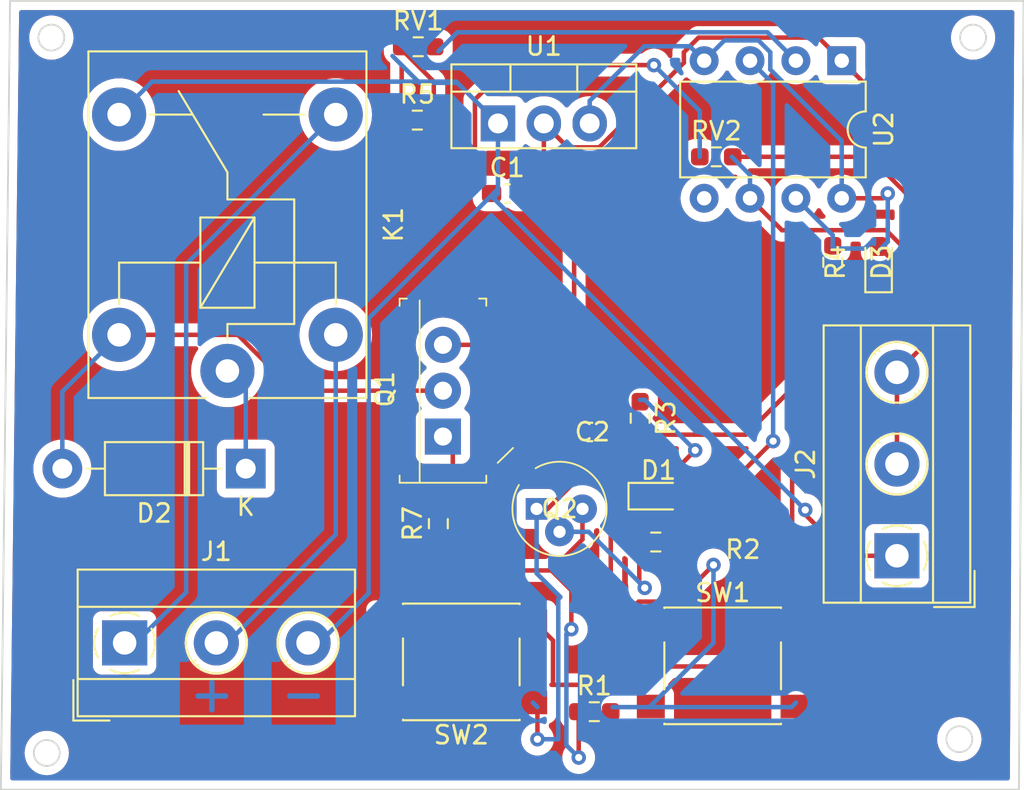
<source format=kicad_pcb>
(kicad_pcb (version 20220308) (generator pcbnew)
  (layers (0 "F.Cu" signal) (31 "B.Cu" signal) (34 "B.Paste" user) (35 "F.Paste" user) (36 "B.SilkS" user "B.Silkscreen") (37 "F.SilkS" user "F.Silkscreen") (38 "B.Mask" user) (39 "F.Mask" user) (44 "Edge.Cuts" user))
  (net 0 "")
  (net 1 "BATTERY +VE")
  (net 2 "GND")
  (net 3 "/R")
  (net 4 "Net-(D1-K)")
  (net 5 "/Q")
  (net 6 "Net-(D2-K)")
  (net 7 "Net-(D2-A)")
  (net 8 "Net-(D3-K)")
  (net 9 "DUMP")
  (net 10 "+VE IN")
  (net 11 "Net-(Q1-G)")
  (net 12 "Net-(Q2-B)")
  (net 13 "Net-(Q2-C)")
  (net 14 "Net-(U2-DIS)")
  (net 15 "Net-(R5-Pad2)")
  (net 16 "/TR")
  (net 17 "/THR")
  (footprint "Package_TO_SOT_THT:TO-220-3_Vertical" (layer "F.Cu") (at 170.7885 91.115)
    (fp_text reference "U1" (at 2.54 -4.27) (layer "F.SilkS"))
    (fp_text value "LM7805_TO220")
    (fp_line (start -2.58 -3.27) (end -2.58 1.371) (stroke (width 0.12)) (layer "F.SilkS"))
    (fp_line (start -2.58 -3.27) (end 7.66 -3.27) (stroke (width 0.12)) (layer "F.SilkS"))
    (fp_line (start -2.58 -1.76) (end 7.66 -1.76) (stroke (width 0.12)) (layer "F.SilkS"))
    (fp_line (start -2.58 1.371) (end 7.66 1.371) (stroke (width 0.12)) (layer "F.SilkS"))
    (fp_line (start 0.69 -3.27) (end 0.69 -1.76) (stroke (width 0.12)) (layer "F.SilkS"))
    (fp_line (start 4.391 -3.27) (end 4.391 -1.76) (stroke (width 0.12)) (layer "F.SilkS"))
    (fp_line (start 7.66 -3.27) (end 7.66 1.371) (stroke (width 0.12)) (layer "F.SilkS"))
    (pad "1" thru_hole rect (at 0 0) (size 1.905 2) (drill 1.1) (layers *.Cu *.Mask) (net 1 "BATTERY +VE"))
    (pad "2" thru_hole oval (at 2.54 0) (size 1.905 2) (drill 1.1) (layers *.Cu *.Mask) (net 2 "GND"))
    (pad "3" thru_hole oval (at 5.08 0) (size 1.905 2) (drill 1.1) (layers *.Cu *.Mask) (net 3 "/R"))
  )
  (footprint "Capacitor_SMD:C_0603_1608Metric_Pad1.08x0.95mm_HandSolder" (layer "F.Cu") (at 175.8685 108.204 180)
    (fp_text reference "C2" (at -0.146267 0) (layer "F.SilkS"))
    (fp_text value "C")
    (fp_line (start -0.146267 -0.51) (end 0.146267 -0.51) (stroke (width 0.12)) (layer "F.SilkS"))
    (fp_line (start -0.146267 0.51) (end 0.146267 0.51) (stroke (width 0.12)) (layer "F.SilkS"))
    (pad "1" smd roundrect (at -0.8625 0 180) (size 1.075 0.95) (layers "F.Cu" "F.Paste" "F.Mask") (net 3 "/R"))
    (pad "2" smd roundrect (at 0.8625 0 180) (size 1.075 0.95) (layers "F.Cu" "F.Paste" "F.Mask") (net 2 "GND"))
  )
  (footprint "TerminalBlock_MetzConnect:TerminalBlock_MetzConnect_Type101_RT01603HBWC_1x03_P5.08mm_Horizontal" (layer "F.Cu") (at 150.109 119.888)
    (fp_text reference "J1" (at 5.08 -5.06) (layer "F.SilkS"))
    (fp_text value "282834-3")
    (fp_line (start -2.84 2.06) (end -2.84 4.3) (stroke (width 0.12)) (layer "F.SilkS"))
    (fp_line (start -2.84 4.3) (end -0.84 4.3) (stroke (width 0.12)) (layer "F.SilkS"))
    (fp_line (start -2.6 -4.06) (end -2.6 4.06) (stroke (width 0.12)) (layer "F.SilkS"))
    (fp_line (start -2.6 -4.06) (end 12.76 -4.06) (stroke (width 0.12)) (layer "F.SilkS"))
    (fp_line (start -2.6 -2) (end 12.76 -2) (stroke (width 0.12)) (layer "F.SilkS"))
    (fp_line (start -2.6 2) (end 12.76 2) (stroke (width 0.12)) (layer "F.SilkS"))
    (fp_line (start -2.6 4.06) (end 12.76 4.06) (stroke (width 0.12)) (layer "F.SilkS"))
    (fp_line (start 3.9 0.976) (end 3.806 1.069) (stroke (width 0.12)) (layer "F.SilkS"))
    (fp_line (start 4.07 1.216) (end 4.011 1.274) (stroke (width 0.12)) (layer "F.SilkS"))
    (fp_line (start 6.15 -1.275) (end 6.091 -1.216) (stroke (width 0.12)) (layer "F.SilkS"))
    (fp_line (start 6.355 -1.069) (end 6.261 -0.976) (stroke (width 0.12)) (layer "F.SilkS"))
    (fp_line (start 8.98 0.976) (end 8.886 1.069) (stroke (width 0.12)) (layer "F.SilkS"))
    (fp_line (start 9.15 1.216) (end 9.091 1.274) (stroke (width 0.12)) (layer "F.SilkS"))
    (fp_line (start 11.23 -1.275) (end 11.171 -1.216) (stroke (width 0.12)) (layer "F.SilkS"))
    (fp_line (start 11.435 -1.069) (end 11.341 -0.976) (stroke (width 0.12)) (layer "F.SilkS"))
    (fp_line (start 12.76 -4.06) (end 12.76 4.06) (stroke (width 0.12)) (layer "F.SilkS"))
    (fp_arc (start -1.483953 0.789089) (mid -1.680708 0.00005) (end -1.484 -0.789) (stroke (width 0.12)) (layer "F.SilkS"))
    (fp_arc (start -0.789089 -1.483953) (mid -0.00005 -1.680708) (end 0.789 -1.484) (stroke (width 0.12)) (layer "F.SilkS"))
    (fp_arc (start 0.029383 1.68045) (mid -0.392304 1.634281) (end -0.789 1.484) (stroke (width 0.12)) (layer "F.SilkS"))
    (fp_arc (start 0.788712 1.483352) (mid 0.406429 1.630097) (end 0 1.68) (stroke (width 0.12)) (layer "F.SilkS"))
    (fp_arc (start 1.483953 -0.789089) (mid 1.680708 -0.00005) (end 1.484 0.789) (stroke (width 0.12)) (layer "F.SilkS"))
    (fp_circle (center 5.08 0) (end 6.76 0) (stroke (width 0.12)) (fill none) (layer "F.SilkS"))
    (fp_circle (center 10.16 0) (end 11.84 0) (stroke (width 0.12)) (fill none) (layer "F.SilkS"))
    (pad "1" thru_hole rect (at 0 0) (size 2.5 2.5) (drill 1.3) (layers *.Cu *.Mask) (net 9 "DUMP"))
    (pad "2" thru_hole circle (at 5.08 0) (size 2.5 2.5) (drill 1.3) (layers *.Cu *.Mask) (net 10 "+VE IN"))
    (pad "3" thru_hole circle (at 10.16 0) (size 2.5 2.5) (drill 1.3) (layers *.Cu *.Mask) (net 1 "BATTERY +VE"))
  )
  (footprint "Diode_THT:D_DO-41_SOD81_P10.16mm_Horizontal" (layer "F.Cu") (at 156.8185 110.236 180)
    (fp_text reference "D2" (at 5.08 -2.47) (layer "F.SilkS"))
    (fp_text value "1N4007")
    (fp_text user "K" (at 0 -2.1) (layer "F.SilkS"))
    (fp_line (start 1.34 0) (end 2.36 0) (stroke (width 0.12)) (layer "F.SilkS"))
    (fp_line (start 2.36 -1.47) (end 2.36 1.47) (stroke (width 0.12)) (layer "F.SilkS"))
    (fp_line (start 2.36 1.47) (end 7.8 1.47) (stroke (width 0.12)) (layer "F.SilkS"))
    (fp_line (start 3.14 -1.47) (end 3.14 1.47) (stroke (width 0.12)) (layer "F.SilkS"))
    (fp_line (start 3.26 -1.47) (end 3.26 1.47) (stroke (width 0.12)) (layer "F.SilkS"))
    (fp_line (start 3.38 -1.47) (end 3.38 1.47) (stroke (width 0.12)) (layer "F.SilkS"))
    (fp_line (start 7.8 -1.47) (end 2.36 -1.47) (stroke (width 0.12)) (layer "F.SilkS"))
    (fp_line (start 7.8 1.47) (end 7.8 -1.47) (stroke (width 0.12)) (layer "F.SilkS"))
    (fp_line (start 8.82 0) (end 7.8 0) (stroke (width 0.12)) (layer "F.SilkS"))
    (pad "1" thru_hole rect (at 0 0 180) (size 2.2 2.2) (drill 1.1) (layers *.Cu *.Mask) (net 6 "Net-(D2-K)"))
    (pad "2" thru_hole oval (at 10.16 0 180) (size 2.2 2.2) (drill 1.1) (layers *.Cu *.Mask) (net 7 "Net-(D2-A)"))
  )
  (footprint "Resistor_SMD:R_0603_1608Metric_Pad0.98x0.95mm_HandSolder" (layer "F.Cu") (at 182.88 92.964)
    (fp_text reference "RV2" (at 0 -1.43) (layer "F.SilkS"))
    (fp_text value "10K")
    (fp_line (start -0.254724 -0.5225) (end 0.254724 -0.5225) (stroke (width 0.12)) (layer "F.SilkS"))
    (fp_line (start -0.254724 0.5225) (end 0.254724 0.5225) (stroke (width 0.12)) (layer "F.SilkS"))
    (pad "1" smd roundrect (at -0.9125 0) (size 0.975 0.95) (layers "F.Cu" "F.Paste" "F.Mask") (net 15 "Net-(R5-Pad2)"))
    (pad "2" smd roundrect (at 0.9125 0) (size 0.975 0.95) (layers "F.Cu" "F.Paste" "F.Mask") (net 17 "/THR"))
  )
  (footprint "Resistor_SMD:R_0603_1608Metric_Pad0.98x0.95mm_HandSolder" (layer "F.Cu") (at 189.3305 98.806 -90)
    (fp_text reference "R4" (at 0 -0.1535 90) (layer "F.SilkS"))
    (fp_text value "1K")
    (fp_line (start -0.254724 -0.5225) (end 0.254724 -0.5225) (stroke (width 0.12)) (layer "F.SilkS"))
    (fp_line (start -0.254724 0.5225) (end 0.254724 0.5225) (stroke (width 0.12)) (layer "F.SilkS"))
    (pad "1" smd roundrect (at -0.9125 0 270) (size 0.975 0.95) (layers "F.Cu" "F.Paste" "F.Mask") (net 14 "Net-(U2-DIS)"))
    (pad "2" smd roundrect (at 0.9125 0 270) (size 0.975 0.95) (layers "F.Cu" "F.Paste" "F.Mask") (net 8 "Net-(D3-K)"))
  )
  (footprint "Button_Switch_SMD:SW_SPST_PTS645" (layer "F.Cu") (at 168.7565 120.94 180)
    (fp_text reference "SW2" (at 0 -4.05) (layer "F.SilkS"))
    (fp_text value "SW")
    (fp_line (start -3.23 -3.23) (end 3.23 -3.23) (stroke (width 0.12)) (layer "F.SilkS"))
    (fp_line (start -3.23 -3.2) (end -3.23 -3.23) (stroke (width 0.12)) (layer "F.SilkS"))
    (fp_line (start -3.23 -1.3) (end -3.23 1.3) (stroke (width 0.12)) (layer "F.SilkS"))
    (fp_line (start -3.23 3.23) (end -3.23 3.2) (stroke (width 0.12)) (layer "F.SilkS"))
    (fp_line (start -3.23 3.23) (end 3.23 3.23) (stroke (width 0.12)) (layer "F.SilkS"))
    (fp_line (start 3.23 -3.23) (end 3.23 -3.2) (stroke (width 0.12)) (layer "F.SilkS"))
    (fp_line (start 3.23 -1.3) (end 3.23 1.3) (stroke (width 0.12)) (layer "F.SilkS"))
    (fp_line (start 3.23 3.23) (end 3.23 3.2) (stroke (width 0.12)) (layer "F.SilkS"))
    (pad "1" smd rect (at -3.98 -2.25 180) (size 1.55 1.3) (layers "F.Cu" "F.Paste" "F.Mask") (net 2 "GND"))
    (pad "1" smd rect (at 3.98 -2.25 180) (size 1.55 1.3) (layers "F.Cu" "F.Paste" "F.Mask") (net 2 "GND"))
    (pad "2" smd rect (at -3.98 2.25 180) (size 1.55 1.3) (layers "F.Cu" "F.Paste" "F.Mask") (net 17 "/THR"))
    (pad "2" smd rect (at 3.98 2.25 180) (size 1.55 1.3) (layers "F.Cu" "F.Paste" "F.Mask") (net 17 "/THR"))
  )
  (footprint "digikey-footprints:TO-220-3" (layer "F.Cu") (at 167.7405 108.458 90)
    (fp_text reference "Q1" (at 2.62 -3.22 90) (layer "F.SilkS"))
    (fp_text value "IRF540NPBF")
    (fp_line (start -2.56 -2.4) (end -2.56 -2) (stroke (width 0.1)) (layer "F.SilkS"))
    (fp_line (start -2.56 -2.4) (end -2.16 -2.4) (stroke (width 0.1)) (layer "F.SilkS"))
    (fp_line (start -2.56 -1.29) (end 7.54 -1.29) (stroke (width 0.1)) (layer "F.SilkS"))
    (fp_line (start -2.56 2.4) (end -2.56 -2) (stroke (width 0.1)) (layer "F.SilkS"))
    (fp_line (start -2.56 2.4) (end -2.16 2.4) (stroke (width 0.1)) (layer "F.SilkS"))
    (fp_line (start 7.24 -2.4) (end 7.64 -2.4) (stroke (width 0.1)) (layer "F.SilkS"))
    (fp_line (start 7.64 -2.4) (end 7.64 -2) (stroke (width 0.1)) (layer "F.SilkS"))
    (fp_line (start 7.64 2.4) (end 7.24 2.4) (stroke (width 0.1)) (layer "F.SilkS"))
    (fp_line (start 7.64 2.4) (end 7.64 2) (stroke (width 0.1)) (layer "F.SilkS"))
    (pad "1" thru_hole rect locked (at 0 0 90) (size 2 2) (drill 1) (layers *.Cu *.Mask) (net 11 "Net-(Q1-G)"))
    (pad "2" thru_hole circle locked (at 2.54 0 90) (size 2 2) (drill 1) (layers *.Cu *.Mask) (net 7 "Net-(D2-A)"))
    (pad "3" thru_hole circle locked (at 5.08 0 90) (size 2 2) (drill 1) (layers *.Cu *.Mask) (net 2 "GND"))
  )
  (footprint "Relay_THT:Relay_SPDT_Finder_36.11" (layer "F.Cu") (at 155.8025 104.824 90)
    (fp_text reference "K1" (at 8.1 9.2 90) (layer "F.SilkS"))
    (fp_text value "FINDER-36.11")
    (fp_line (start -1.5 -7.7) (end -1.5 -1.2) (stroke (width 0.12)) (layer "F.SilkS"))
    (fp_line (start -1.5 -7.7) (end 17.7 -7.7) (stroke (width 0.12)) (layer "F.SilkS"))
    (fp_line (start -1.5 1.2) (end -1.5 7.7) (stroke (width 0.12)) (layer "F.SilkS"))
    (fp_line (start 2.6 0) (end 1.7 0) (stroke (width 0.12)) (layer "F.SilkS"))
    (fp_line (start 2.6 0) (end 2.6 3.7) (stroke (width 0.12)) (layer "F.SilkS"))
    (fp_line (start 3.5 -1.5) (end 8.5 -1.5) (stroke (width 0.12)) (layer "F.SilkS"))
    (fp_line (start 3.5 1.5) (end 3.5 -1.5) (stroke (width 0.12)) (layer "F.SilkS"))
    (fp_line (start 3.7 6) (end 6 6) (stroke (width 0.12)) (layer "F.SilkS"))
    (fp_line (start 6 -6) (end 3.7 -6) (stroke (width 0.12)) (layer "F.SilkS"))
    (fp_line (start 6 -6) (end 6 -1.5) (stroke (width 0.12)) (layer "F.SilkS"))
    (fp_line (start 6 1.5) (end 6 6) (stroke (width 0.12)) (layer "F.SilkS"))
    (fp_line (start 8.5 -1.5) (end 8.5 1.5) (stroke (width 0.12)) (layer "F.SilkS"))
    (fp_line (start 8.5 1.5) (end 3.5 -1.5) (stroke (width 0.12)) (layer "F.SilkS"))
    (fp_line (start 8.5 1.5) (end 3.5 1.5) (stroke (width 0.12)) (layer "F.SilkS"))
    (fp_line (start 9.5 0) (end 9.5 3.7) (stroke (width 0.12)) (layer "F.SilkS"))
    (fp_line (start 9.5 0) (end 11 0) (stroke (width 0.12)) (layer "F.SilkS"))
    (fp_line (start 9.5 3.7) (end 2.6 3.7) (stroke (width 0.12)) (layer "F.SilkS"))
    (fp_line (start 11 0) (end 15.5 -2.7) (stroke (width 0.12)) (layer "F.SilkS"))
    (fp_line (start 14.2 -4.3) (end 14.2 -2) (stroke (width 0.12)) (layer "F.SilkS"))
    (fp_line (start 14.2 4.3) (end 14.2 2) (stroke (width 0.12)) (layer "F.SilkS"))
    (fp_line (start 17.7 -7.7) (end 17.7 7.7) (stroke (width 0.12)) (layer "F.SilkS"))
    (fp_line (start 17.7 7.7) (end -1.5 7.7) (stroke (width 0.12)) (layer "F.SilkS"))
    (pad "11" thru_hole circle (at 0 0 90) (size 3 3) (drill 1.3) (layers *.Cu *.Mask) (net 6 "Net-(D2-K)"))
    (pad "12" thru_hole circle (at 14.2 -6 90) (size 3 3) (drill 1.3) (layers *.Cu *.Mask) (net 1 "BATTERY +VE"))
    (pad "14" thru_hole circle (at 14.2 6 90) (size 3 3) (drill 1.3) (layers *.Cu *.Mask) (net 9 "DUMP"))
    (pad "A1" thru_hole circle (at 2 6 90) (size 3 3) (drill 1.3) (layers *.Cu *.Mask) (net 10 "+VE IN"))
    (pad "A2" thru_hole circle (at 2 -6 90) (size 3 3) (drill 1.3) (layers *.Cu *.Mask) (net 7 "Net-(D2-A)"))
  )
  (footprint "Capacitor_SMD:C_0603_1608Metric_Pad1.08x0.95mm_HandSolder" (layer "F.Cu") (at 171.2965 94.996)
    (fp_text reference "C1" (at 0 -1.43) (layer "F.SilkS"))
    (fp_text value "C")
    (fp_line (start -0.146267 -0.51) (end 0.146267 -0.51) (stroke (width 0.12)) (layer "F.SilkS"))
    (fp_line (start -0.146267 0.51) (end 0.146267 0.51) (stroke (width 0.12)) (layer "F.SilkS"))
    (pad "1" smd roundrect (at -0.8625 0) (size 1.075 0.95) (layers "F.Cu" "F.Paste" "F.Mask") (net 1 "BATTERY +VE"))
    (pad "2" smd roundrect (at 0.8625 0) (size 1.075 0.95) (layers "F.Cu" "F.Paste" "F.Mask") (net 2 "GND"))
  )
  (footprint "Resistor_SMD:R_0603_1608Metric_Pad0.98x0.95mm_HandSolder" (layer "F.Cu") (at 166.32 90.932)
    (fp_text reference "R5" (at 0 -1.43) (layer "F.SilkS"))
    (fp_text value "330")
    (fp_line (start -0.254724 -0.5225) (end 0.254724 -0.5225) (stroke (width 0.12)) (layer "F.SilkS"))
    (fp_line (start -0.254724 0.5225) (end 0.254724 0.5225) (stroke (width 0.12)) (layer "F.SilkS"))
    (pad "1" smd roundrect (at -0.9125 0) (size 0.975 0.95) (layers "F.Cu" "F.Paste" "F.Mask") (net 1 "BATTERY +VE"))
    (pad "2" smd roundrect (at 0.9125 0) (size 0.975 0.95) (layers "F.Cu" "F.Paste" "F.Mask") (net 15 "Net-(R5-Pad2)"))
  )
  (footprint "Button_Switch_SMD:SW_SPST_PTS645" (layer "F.Cu") (at 183.2345 121.158)
    (fp_text reference "SW1" (at 0 -4.05) (layer "F.SilkS"))
    (fp_text value "SW")
    (fp_line (start -3.23 -3.23) (end 3.23 -3.23) (stroke (width 0.12)) (layer "F.SilkS"))
    (fp_line (start -3.23 -3.2) (end -3.23 -3.23) (stroke (width 0.12)) (layer "F.SilkS"))
    (fp_line (start -3.23 -1.3) (end -3.23 1.3) (stroke (width 0.12)) (layer "F.SilkS"))
    (fp_line (start -3.23 3.23) (end -3.23 3.2) (stroke (width 0.12)) (layer "F.SilkS"))
    (fp_line (start -3.23 3.23) (end 3.23 3.23) (stroke (width 0.12)) (layer "F.SilkS"))
    (fp_line (start 3.23 -3.23) (end 3.23 -3.2) (stroke (width 0.12)) (layer "F.SilkS"))
    (fp_line (start 3.23 -1.3) (end 3.23 1.3) (stroke (width 0.12)) (layer "F.SilkS"))
    (fp_line (start 3.23 3.23) (end 3.23 3.2) (stroke (width 0.12)) (layer "F.SilkS"))
    (pad "1" smd rect (at -3.98 -2.25) (size 1.55 1.3) (layers "F.Cu" "F.Paste" "F.Mask") (net 17 "/THR"))
    (pad "1" smd rect (at 3.98 -2.25) (size 1.55 1.3) (layers "F.Cu" "F.Paste" "F.Mask") (net 17 "/THR"))
    (pad "2" smd rect (at -3.98 2.25) (size 1.55 1.3) (layers "F.Cu" "F.Paste" "F.Mask") (net 3 "/R"))
    (pad "2" smd rect (at 3.98 2.25) (size 1.55 1.3) (layers "F.Cu" "F.Paste" "F.Mask") (net 3 "/R"))
  )
  (footprint "LED_SMD:LED_0603_1608Metric_Pad1.05x0.95mm_HandSolder" (layer "F.Cu") (at 179.6785 111.76)
    (fp_text reference "D1" (at 0 -1.43) (layer "F.SilkS"))
    (fp_text value "LED")
    (fp_line (start -1.66 -0.735) (end -1.66 0.735) (stroke (width 0.12)) (layer "F.SilkS"))
    (fp_line (start -1.66 0.735) (end 0.8 0.735) (stroke (width 0.12)) (layer "F.SilkS"))
    (fp_line (start 0.8 -0.735) (end -1.66 -0.735) (stroke (width 0.12)) (layer "F.SilkS"))
    (pad "1" smd roundrect (at -0.875 0) (size 1.05 0.95) (layers "F.Cu" "F.Paste" "F.Mask") (net 4 "Net-(D1-K)"))
    (pad "2" smd roundrect (at 0.875 0) (size 1.05 0.95) (layers "F.Cu" "F.Paste" "F.Mask") (net 5 "/Q"))
  )
  (footprint "Resistor_SMD:R_0603_1608Metric_Pad0.98x0.95mm_HandSolder" (layer "F.Cu") (at 166.37 86.868)
    (fp_text reference "RV1" (at 0 -1.43) (layer "F.SilkS"))
    (fp_text value "10K")
    (fp_line (start -0.254724 -0.5225) (end 0.254724 -0.5225) (stroke (width 0.12)) (layer "F.SilkS"))
    (fp_line (start -0.254724 0.5225) (end 0.254724 0.5225) (stroke (width 0.12)) (layer "F.SilkS"))
    (pad "1" smd roundrect (at -0.9125 0) (size 0.975 0.95) (layers "F.Cu" "F.Paste" "F.Mask") (net 15 "Net-(R5-Pad2)"))
    (pad "2" smd roundrect (at 0.9125 0) (size 0.975 0.95) (layers "F.Cu" "F.Paste" "F.Mask") (net 16 "/TR"))
  )
  (footprint "Resistor_SMD:R_0603_1608Metric_Pad0.98x0.95mm_HandSolder" (layer "F.Cu") (at 167.4865 113.284 90)
    (fp_text reference "R7" (at 0 -1.43 90) (layer "F.SilkS"))
    (fp_text value "100")
    (fp_line (start -0.254724 -0.5225) (end 0.254724 -0.5225) (stroke (width 0.12)) (layer "F.SilkS"))
    (fp_line (start -0.254724 0.5225) (end 0.254724 0.5225) (stroke (width 0.12)) (layer "F.SilkS"))
    (pad "1" smd roundrect (at -0.9125 0 90) (size 0.975 0.95) (layers "F.Cu" "F.Paste" "F.Mask") (net 11 "Net-(Q1-G)"))
    (pad "2" smd roundrect (at 0.9125 0 90) (size 0.975 0.95) (layers "F.Cu" "F.Paste" "F.Mask") (net 13 "Net-(Q2-C)"))
  )
  (footprint "Resistor_SMD:R_0603_1608Metric_Pad0.98x0.95mm_HandSolder" (layer "F.Cu") (at 178.6625 107.442 -90)
    (fp_text reference "R3" (at 0 -1.43 90) (layer "F.SilkS"))
    (fp_text value "1K")
    (fp_line (start -0.254724 -0.5225) (end 0.254724 -0.5225) (stroke (width 0.12)) (layer "F.SilkS"))
    (fp_line (start -0.254724 0.5225) (end 0.254724 0.5225) (stroke (width 0.12)) (layer "F.SilkS"))
    (pad "1" smd roundrect (at -0.9125 0 270) (size 0.975 0.95) (layers "F.Cu" "F.Paste" "F.Mask") (net 4 "Net-(D1-K)"))
    (pad "2" smd roundrect (at 0.9125 0 270) (size 0.975 0.95) (layers "F.Cu" "F.Paste" "F.Mask") (net 3 "/R"))
  )
  (footprint "digikey-footprints:TO-18-3" (layer "F.Cu") (at 172.9285 112.464)
    (fp_text reference "Q2" (at 1.27 0) (layer "F.SilkS"))
    (fp_text value "2N2222")
    (fp_line (start -2.155 -2.55) (end -1.305 -3.375) (stroke (width 0.1)) (layer "F.SilkS"))
    (fp_arc (start -0.055522 -2.249693) (mid 3.116579 1.846151) (end -0.98 -1.325) (stroke (width 0.1)) (layer "F.SilkS"))
    (pad "1" thru_hole rect locked (at 0 0) (size 1.2 1.2) (drill 0.68) (layers *.Cu *.Mask) (net 2 "GND"))
    (pad "2" thru_hole circle locked (at 1.27 1.27) (size 1.6 1.6) (drill 0.68) (layers *.Cu *.Mask) (net 12 "Net-(Q2-B)"))
    (pad "3" thru_hole circle locked (at 2.54 0) (size 1.6 1.6) (drill 0.68) (layers *.Cu *.Mask) (net 13 "Net-(Q2-C)"))
  )
  (footprint "Package_DIP:DIP-8_W7.62mm" (layer "F.Cu") (at 189.8285 87.64 -90)
    (fp_text reference "U2" (at 3.81 -2.33 90) (layer "F.SilkS"))
    (fp_text value "NE555P")
    (fp_line (start 1.16 -1.33) (end 1.16 8.95) (stroke (width 0.12)) (layer "F.SilkS"))
    (fp_line (start 1.16 8.95) (end 6.46 8.95) (stroke (width 0.12)) (layer "F.SilkS"))
    (fp_line (start 2.81 -1.33) (end 1.16 -1.33) (stroke (width 0.12)) (layer "F.SilkS"))
    (fp_line (start 6.46 -1.33) (end 4.81 -1.33) (stroke (width 0.12)) (layer "F.SilkS"))
    (fp_line (start 6.46 8.95) (end 6.46 -1.33) (stroke (width 0.12)) (layer "F.SilkS"))
    (fp_arc (start 4.81 -1.33) (mid 3.81 -0.33) (end 2.81 -1.33) (stroke (width 0.12)) (layer "F.SilkS"))
    (pad "1" thru_hole rect (at 0 0 270) (size 1.6 1.6) (drill 0.8) (layers *.Cu *.Mask) (net 2 "GND"))
    (pad "2" thru_hole oval (at 0 2.54 270) (size 1.6 1.6) (drill 0.8) (layers *.Cu *.Mask) (net 16 "/TR"))
    (pad "3" thru_hole oval (at 0 5.08 270) (size 1.6 1.6) (drill 0.8) (layers *.Cu *.Mask) (net 5 "/Q"))
    (pad "4" thru_hole oval (at 0 7.62 270) (size 1.6 1.6) (drill 0.8) (layers *.Cu *.Mask) (net 3 "/R"))
    (pad "5" thru_hole oval (at 7.62 7.62 270) (size 1.6 1.6) (drill 0.8) (layers *.Cu *.Mask))
    (pad "6" thru_hole oval (at 7.62 5.08 270) (size 1.6 1.6) (drill 0.8) (layers *.Cu *.Mask) (net 17 "/THR"))
    (pad "7" thru_hole oval (at 7.62 2.54 270) (size 1.6 1.6) (drill 0.8) (layers *.Cu *.Mask) (net 14 "Net-(U2-DIS)"))
    (pad "8" thru_hole oval (at 7.62 0 270) (size 1.6 1.6) (drill 0.8) (layers *.Cu *.Mask) (net 3 "/R"))
  )
  (footprint "Resistor_SMD:R_0603_1608Metric_Pad0.98x0.95mm_HandSolder" (layer "F.Cu") (at 176.1225 123.698)
    (fp_text reference "R1" (at 0 -1.43) (layer "F.SilkS"))
    (fp_text value "330")
    (fp_line (start -0.254724 -0.5225) (end 0.254724 -0.5225) (stroke (width 0.12)) (layer "F.SilkS"))
    (fp_line (start -0.254724 0.5225) (end 0.254724 0.5225) (stroke (width 0.12)) (layer "F.SilkS"))
    (pad "1" smd roundrect (at -0.9125 0) (size 0.975 0.95) (layers "F.Cu" "F.Paste" "F.Mask") (net 13 "Net-(Q2-C)"))
    (pad "2" smd roundrect (at 0.9125 0) (size 0.975 0.95) (layers "F.Cu" "F.Paste" "F.Mask") (net 3 "/R"))
  )
  (footprint "Resistor_SMD:R_0603_1608Metric_Pad0.98x0.95mm_HandSolder" (layer "F.Cu") (at 179.528 114.3 180)
    (fp_text reference "R2" (at -4.826 -0.414) (layer "F.SilkS"))
    (fp_text value "1K")
    (fp_line (start -0.254724 -0.5225) (end 0.254724 -0.5225) (stroke (width 0.12)) (layer "F.SilkS"))
    (fp_line (start -0.254724 0.5225) (end 0.254724 0.5225) (stroke (width 0.12)) (layer "F.SilkS"))
    (pad "1" smd roundrect (at -0.9125 0 180) (size 0.975 0.95) (layers "F.Cu" "F.Paste" "F.Mask") (net 5 "/Q"))
    (pad "2" smd roundrect (at 0.9125 0 180) (size 0.975 0.95) (layers "F.Cu" "F.Paste" "F.Mask") (net 12 "Net-(Q2-B)"))
  )
  (footprint "TerminalBlock_MetzConnect:TerminalBlock_MetzConnect_Type101_RT01603HBWC_1x03_P5.08mm_Horizontal" (layer "F.Cu") (at 192.8865 115.062 90)
    (fp_text reference "J2" (at 5.08 -5.06 90) (layer "F.SilkS"))
    (fp_text value "282834-3")
    (fp_line (start -2.84 2.06) (end -2.84 4.3) (stroke (width 0.12)) (layer "F.SilkS"))
    (fp_line (start -2.84 4.3) (end -0.84 4.3) (stroke (width 0.12)) (layer "F.SilkS"))
    (fp_line (start -2.6 -4.06) (end -2.6 4.06) (stroke (width 0.12)) (layer "F.SilkS"))
    (fp_line (start -2.6 -4.06) (end 12.76 -4.06) (stroke (width 0.12)) (layer "F.SilkS"))
    (fp_line (start -2.6 -2) (end 12.76 -2) (stroke (width 0.12)) (layer "F.SilkS"))
    (fp_line (start -2.6 2) (end 12.76 2) (stroke (width 0.12)) (layer "F.SilkS"))
    (fp_line (start -2.6 4.06) (end 12.76 4.06) (stroke (width 0.12)) (layer "F.SilkS"))
    (fp_line (start 3.9 0.976) (end 3.806 1.069) (stroke (width 0.12)) (layer "F.SilkS"))
    (fp_line (start 4.07 1.216) (end 4.011 1.274) (stroke (width 0.12)) (layer "F.SilkS"))
    (fp_line (start 6.15 -1.275) (end 6.091 -1.216) (stroke (width 0.12)) (layer "F.SilkS"))
    (fp_line (start 6.355 -1.069) (end 6.261 -0.976) (stroke (width 0.12)) (layer "F.SilkS"))
    (fp_line (start 8.98 0.976) (end 8.886 1.069) (stroke (width 0.12)) (layer "F.SilkS"))
    (fp_line (start 9.15 1.216) (end 9.091 1.274) (stroke (width 0.12)) (layer "F.SilkS"))
    (fp_line (start 11.23 -1.275) (end 11.171 -1.216) (stroke (width 0.12)) (layer "F.SilkS"))
    (fp_line (start 11.435 -1.069) (end 11.341 -0.976) (stroke (width 0.12)) (layer "F.SilkS"))
    (fp_line (start 12.76 -4.06) (end 12.76 4.06) (stroke (width 0.12)) (layer "F.SilkS"))
    (fp_arc (start -1.483953 0.789089) (mid -1.680708 0.00005) (end -1.484 -0.789) (stroke (width 0.12)) (layer "F.SilkS"))
    (fp_arc (start -0.789089 -1.483953) (mid -0.00005 -1.680708) (end 0.789 -1.484) (stroke (width 0.12)) (layer "F.SilkS"))
    (fp_arc (start 0.029383 1.68045) (mid -0.392304 1.634281) (end -0.789 1.484) (stroke (width 0.12)) (layer "F.SilkS"))
    (fp_arc (start 0.788712 1.483352) (mid 0.406429 1.630097) (end 0 1.68) (stroke (width 0.12)) (layer "F.SilkS"))
    (fp_arc (start 1.483953 -0.789089) (mid 1.680708 -0.00005) (end 1.484 0.789) (stroke (width 0.12)) (layer "F.SilkS"))
    (fp_circle (center 5.08 0) (end 6.76 0) (stroke (width 0.12)) (fill none) (layer "F.SilkS"))
    (fp_circle (center 10.16 0) (end 11.84 0) (stroke (width 0.12)) (fill none) (layer "F.SilkS"))
    (pad "1" thru_hole rect (at 0 0 90) (size 2.5 2.5) (drill 1.3) (layers *.Cu *.Mask) (net 1 "BATTERY +VE"))
    (pad "2" thru_hole circle (at 5.08 0 90) (size 2.5 2.5) (drill 1.3) (layers *.Cu *.Mask) (net 2 "GND"))
    (pad "3" thru_hole circle (at 10.16 0 90) (size 2.5 2.5) (drill 1.3) (layers *.Cu *.Mask) (net 2 "GND"))
  )
  (footprint "LED_SMD:LED_0603_1608Metric_Pad1.05x0.95mm_HandSolder" (layer "F.Cu") (at 191.8705 98.806 90)
    (fp_text reference "D3" (at 0 0.1535 90) (layer "F.SilkS"))
    (fp_text value "LED")
    (fp_line (start -1.66 -0.735) (end -1.66 0.735) (stroke (width 0.12)) (layer "F.SilkS"))
    (fp_line (start -1.66 0.735) (end 0.8 0.735) (stroke (width 0.12)) (layer "F.SilkS"))
    (fp_line (start 0.8 -0.735) (end -1.66 -0.735) (stroke (width 0.12)) (layer "F.SilkS"))
    (pad "1" smd roundrect (at -0.875 0 90) (size 1.05 0.95) (layers "F.Cu" "F.Paste" "F.Mask") (net 8 "Net-(D3-K)"))
    (pad "2" smd roundrect (at 0.875 0 90) (size 1.05 0.95) (layers "F.Cu" "F.Paste" "F.Mask") (net 3 "/R"))
  )
  (gr_circle (center 145.796 125.984) (end 146.304 126.492) (stroke (width 0.1)) (fill none) (layer "Edge.Cuts"))
  (gr_circle (center 146.05 86.36) (end 146.558 86.868) (stroke (width 0.1)) (fill none) (layer "Edge.Cuts"))
  (gr_line (start 143.256 128.016) (end 143.764 84.328) (stroke (width 0.1)) (layer "Edge.Cuts"))
  (gr_circle (center 196.342 125.222) (end 196.85 125.73) (stroke (width 0.1)) (fill none) (layer "Edge.Cuts"))
  (gr_line (start 199.898 84.328) (end 199.644 128.016) (stroke (width 0.1)) (layer "Edge.Cuts"))
  (gr_line (start 143.764 84.328) (end 199.898 84.328) (stroke (width 0.1)) (layer "Edge.Cuts"))
  (gr_line (start 199.644 128.016) (end 143.256 128.016) (stroke (width 0.1)) (layer "Edge.Cuts"))
  (gr_circle (center 197.104 86.36) (end 197.612 86.868) (stroke (width 0.1)) (fill none) (layer "Edge.Cuts"))
  (gr_text "+" (at 196.088 115.062) (layer "F.Cu") (effects (font (size 2 2) (thickness 0.5) bold) (justify mirror)))
  (gr_text "PANEL" (at 155.194 126.238) (layer "F.Cu") (effects (font (size 1.5 1.5) (thickness 0.3) bold)))
  (gr_text "-" (at 195.58 110.236 90) (layer "F.Cu") (effects (font (size 2 2) (thickness 0.5) bold) (justify mirror)))
  (gr_text "BATTERY" (at 198.374 109.982 90) (layer "F.Cu") (effects (font (size 1.5 1.5) (thickness 0.3) bold)))
  (gr_text "-" (at 160.02 122.682) (layer "B.Cu") (effects (font (size 2 2) (thickness 0.3) bold) (justify mirror)))
  (gr_text "+" (at 154.94 122.682) (layer "B.Cu") (effects (font (size 2 2) (thickness 0.3) bold) (justify mirror)))
  (segment (start 165.4545 90.7815) (end 165.4545 87.92152) (width 0.25) (layer "F.Cu") (net 1))
  (segment (start 187.8065 112.776) (end 187.8065 112.522) (width 0.25) (layer "F.Cu") (net 1))
  (segment (start 190.0925 115.062) (end 187.8065 112.776) (width 0.25) (layer "F.Cu") (net 1))
  (segment (start 192.8865 115.062) (end 190.0925 115.062) (width 0.25) (layer "F.Cu") (net 1))
  (via (at 187.8065 112.522) (size 0.8) (drill 0.4) (layers "F.Cu" "B.Cu") (net 1))
  (segment (start 160.8775 119.888) (end 163.627011 117.138489) (width 0.25) (layer "B.Cu") (net 1))
  (segment (start 151.627011 88.799489) (end 149.8025 90.624) (width 0.25) (layer "B.Cu") (net 1))
  (segment (start 187.8065 112.522) (end 170.5345 95.25) (width 0.25) (layer "B.Cu") (net 1))
  (segment (start 166.435 88.8645) (end 164.9465 87.376) (width 0.25) (layer "B.Cu") (net 1))
  (segment (start 170.7885 94.996) (end 170.7885 94.742) (width 0.25) (layer "B.Cu") (net 1))
  (segment (start 170.7885 94.742) (end 170.7885 91.115) (width 0.25) (layer "B.Cu") (net 1))
  (segment (start 168.538 88.8645) (end 168.472989 88.799489) (width 0.25) (layer "B.Cu") (net 1))
  (segment (start 163.627011 117.138489) (end 163.627011 101.903489) (width 0.25) (layer "B.Cu") (net 1))
  (segment (start 168.538 88.8645) (end 166.435 88.8645) (width 0.25) (layer "B.Cu") (net 1))
  (segment (start 163.627011 101.903489) (end 170.7885 94.742) (width 0.25) (layer "B.Cu") (net 1))
  (segment (start 168.472989 88.799489) (end 151.627011 88.799489) (width 0.25) (layer "B.Cu") (net 1))
  (segment (start 170.7885 91.115) (end 168.538 88.8645) (width 0.25) (layer "B.Cu") (net 1))
  (segment (start 170.5345 95.25) (end 170.7885 94.996) (width 0.25) (layer "B.Cu") (net 1))
  (segment (start 174.752 103.378) (end 167.7405 103.378) (width 0.25) (layer "F.Cu") (net 2))
  (segment (start 175.006 110.998) (end 173.54 112.464) (width 0.25) (layer "F.Cu") (net 2))
  (segment (start 192.8865 104.902) (end 192.8865 109.982) (width 0.25) (layer "F.Cu") (net 2))
  (segment (start 175.006 108.204) (end 175.006 110.998) (width 0.25) (layer "F.Cu") (net 2))
  (segment (start 192.8865 104.902) (end 194.136499 103.652001) (width 0.25) (layer "F.Cu") (net 2))
  (segment (start 175.006 103.124) (end 174.752 103.378) (width 0.25) (layer "F.Cu") (net 2))
  (segment (start 181.083989 87.174211) (end 181.8982 86.36) (width 0.25) (layer "F.Cu") (net 2))
  (segment (start 194.136499 91.947999) (end 189.8285 87.64) (width 0.25) (layer "F.Cu") (net 2))
  (segment (start 181.083989 87.75299) (end 181.083989 87.174211) (width 0.25) (layer "F.Cu") (net 2))
  (segment (start 175.006 97.843) (end 172.159 94.996) (width 0.25) (layer "F.Cu") (net 2))
  (segment (start 172.3485 123.154) (end 172.0585 123.444) (width 0.25) (layer "F.Cu") (net 2))
  (segment (start 172.0585 123.444) (end 171.8045 123.444) (width 0.25) (layer "F.Cu") (net 2))
  (segment (start 175.006 108.204) (end 175.006 103.124) (width 0.25) (layer "F.Cu") (net 2))
  (segment (start 172.974 123.4275) (end 172.7365 123.19) (width 0.25) (layer "F.Cu") (net 2))
  (segment (start 164.7765 123.154) (end 171.5145 123.154) (width 0.25) (layer "F.Cu") (net 2))
  (segment (start 194.136499 103.652001) (end 194.136499 91.947999) (width 0.25) (layer "F.Cu") (net 2))
  (segment (start 173.54 112.464) (end 172.9285 112.464) (width 0.25) (layer "F.Cu") (net 2))
  (segment (start 174.65302 92.43952) (end 176.397459 92.43952) (width 0.25) (layer "F.Cu") (net 2))
  (segment (start 172.7365 123.154) (end 172.3485 123.154) (width 0.25) (layer "F.Cu") (net 2))
  (segment (start 173.3285 91.115) (end 174.65302 92.43952) (width 0.25) (layer "F.Cu") (net 2))
  (segment (start 176.397459 92.43952) (end 181.083989 87.75299) (width 0.25) (layer "F.Cu") (net 2))
  (segment (start 172.974 125.222) (end 172.974 123.4275) (width 0.25) (layer "F.Cu") (net 2))
  (segment (start 173.3285 91.115) (end 173.3285 93.8265) (width 0.25) (layer "F.Cu") (net 2))
  (segment (start 188.5485 86.36) (end 189.8285 87.64) (width 0.25) (layer "F.Cu") (net 2))
  (segment (start 171.8045 123.444) (end 171.5145 123.154) (width 0.25) (layer "F.Cu") (net 2))
  (segment (start 172.7845 123.154) (end 172.8205 123.19) (width 0.25) (layer "F.Cu") (net 2))
  (segment (start 181.8982 86.36) (end 188.5485 86.36) (width 0.25) (layer "F.Cu") (net 2))
  (segment (start 175.006 103.124) (end 175.006 97.843) (width 0.25) (layer "F.Cu") (net 2))
  (segment (start 173.3285 93.8265) (end 172.159 94.996) (width 0.25) (layer "F.Cu") (net 2))
  (via (at 172.974 125.222) (size 0.8) (drill 0.4) (layers "F.Cu" "B.Cu") (net 2))
  (segment (start 172.974 123.444) (end 172.72 123.19) (width 0.25) (layer "B.Cu") (net 2))
  (segment (start 174.244 117.348) (end 174.127989 117.464011) (width 0.25) (layer "B.Cu") (net 2))
  (segment (start 174.127989 125.222) (end 172.974 125.222) (width 0.25) (layer "B.Cu") (net 2))
  (segment (start 172.9285 112.464) (end 172.9285 112.2225) (width 0.25) (layer "B.Cu") (net 2))
  (segment (start 174.127989 117.464011) (end 174.127989 125.222) (width 0.25) (layer "B.Cu") (net 2))
  (segment (start 172.9285 116.0325) (end 174.244 117.348) (width 0.25) (layer "B.Cu") (net 2))
  (segment (start 172.9285 112.464) (end 172.9285 116.0325) (width 0.25) (layer "B.Cu") (net 2))
  (segment (start 177.035 109.982) (end 177.035 119.145908) (width 0.25) (layer "F.Cu") (net 3))
  (segment (start 177.035 119.145908) (end 178.578908 117.602) (width 0.25) (layer "F.Cu") (net 3))
  (segment (start 192.67002 100.201296) (end 192.67002 98.73052) (width 0.25) (layer "F.Cu") (net 3))
  (segment (start 178.578908 117.602) (end 180.6945 117.602) (width 0.25) (layer "F.Cu") (net 3))
  (segment (start 192.67002 98.73052) (end 191.8705 97.931) (width 0.25) (layer "F.Cu") (net 3))
  (segment (start 176.731 108.204) (end 178.512 108.204) (width 0.25) (layer "F.Cu") (net 3))
  (segment (start 178.512 108.204) (end 178.6625 108.3545) (width 0.25) (layer "F.Cu") (net 3))
  (segment (start 178.6625 108.3545) (end 177.035 109.982) (width 0.25) (layer "F.Cu") (net 3))
  (segment (start 178.6625 108.3545) (end 184.516816 108.3545) (width 0.25) (layer "F.Cu") (net 3))
  (segment (start 180.6945 117.602) (end 182.7265 115.57) (width 0.25) (layer "F.Cu") (net 3))
  (segment (start 189.8285 95.26) (end 192.1145 95.26) (width 0.25) (layer "F.Cu") (net 3))
  (segment (start 184.516816 108.3545) (end 192.67002 100.201296) (width 0.25) (layer "F.Cu") (net 3))
  (segment (start 192.1145 95.26) (end 192.3785 94.996) (width 0.25) (layer "F.Cu") (net 3))
  (via (at 192.3785 94.996) (size 0.8) (drill 0.4) (layers "F.Cu" "B.Cu") (net 3))
  (via (at 182.7265 115.57) (size 0.8) (drill 0.4) (layers "F.Cu" "B.Cu") (net 3))
  (segment (start 175.8685 91.115) (end 175.8685 89.865) (width 0.25) (layer "B.Cu") (net 3))
  (segment (start 185.214289 86.515489) (end 185.873011 87.174211) (width 0.25) (layer "B.Cu") (net 3))
  (segment (start 192.3785 94.996) (end 192.3785 97.663717) (width 0.25) (layer "B.Cu") (net 3))
  (segment (start 187.0445 123.444) (end 187.2985 123.19) (width 0.25) (layer "B.Cu") (net 3))
  (segment (start 179.1705 123.444) (end 177.1385 123.444) (width 0.25) (layer "B.Cu") (net 3))
  (segment (start 182.2085 87.64) (end 183.333011 86.515489) (width 0.25) (layer "B.Cu") (net 3))
  (segment (start 185.873011 88.128794) (end 189.8285 92.084283) (width 0.25) (layer "B.Cu") (net 3))
  (segment (start 182.7265 119.888) (end 179.1705 123.444) (width 0.25) (layer "B.Cu") (net 3))
  (segment (start 189.8285 92.084283) (end 189.8285 95.26) (width 0.25) (layer "B.Cu") (net 3))
  (segment (start 179.1705 123.444) (end 187.0445 123.444) (width 0.25) (layer "B.Cu") (net 3))
  (segment (start 192.3785 97.663717) (end 191.934358 98.107859) (width 0.25) (layer "B.Cu") (net 3))
  (segment (start 185.873011 87.174211) (end 185.873011 88.128794) (width 0.25) (layer "B.Cu") (net 3))
  (segment (start 182.7265 115.57) (end 182.7265 119.888) (width 0.25) (layer "B.Cu") (net 3))
  (segment (start 178.893499 86.840001) (end 181.408501 86.840001) (width 0.25) (layer "B.Cu") (net 3))
  (segment (start 183.333011 86.515489) (end 185.214289 86.515489) (width 0.25) (layer "B.Cu") (net 3))
  (segment (start 175.8685 89.865) (end 178.893499 86.840001) (width 0.25) (layer "B.Cu") (net 3))
  (segment (start 181.408501 86.840001) (end 182.2085 87.64) (width 0.25) (layer "B.Cu") (net 3))
  (segment (start 179.1705 111.76) (end 181.7105 109.22) (width 0.25) (layer "F.Cu") (net 4))
  (segment (start 178.8035 111.76) (end 179.1705 111.76) (width 0.25) (layer "F.Cu") (net 4))
  (via (at 181.7105 109.22) (size 0.8) (drill 0.4) (layers "F.Cu" "B.Cu") (net 4))
  (segment (start 178.9165 106.426) (end 178.6625 106.426) (width 0.25) (layer "B.Cu") (net 4))
  (segment (start 181.7105 109.22) (end 178.9165 106.426) (width 0.25) (layer "B.Cu") (net 4))
  (segment (start 180.4405 111.873) (end 180.5535 111.76) (width 0.25) (layer "F.Cu") (net 5))
  (segment (start 180.5535 111.76) (end 182.9805 111.76) (width 0.25) (layer "F.Cu") (net 5))
  (segment (start 182.9805 111.76) (end 186.0285 108.712) (width 0.25) (layer "F.Cu") (net 5))
  (segment (start 180.4405 114.3) (end 180.4405 111.873) (width 0.25) (layer "F.Cu") (net 5))
  (via (at 186.0285 108.712) (size 0.8) (drill 0.4) (layers "F.Cu" "B.Cu") (net 5))
  (segment (start 186.0285 88.92) (end 184.7485 87.64) (width 0.25) (layer "B.Cu") (net 5))
  (segment (start 186.0285 108.712) (end 186.0285 88.92) (width 0.25) (layer "B.Cu") (net 5))
  (segment (start 156.8185 105.84) (end 155.8025 104.824) (width 0.25) (layer "B.Cu") (net 6))
  (segment (start 156.8185 110.236) (end 156.8185 105.84) (width 0.25) (layer "B.Cu") (net 6))
  (segment (start 167.7405 105.918) (end 159.476749 105.918) (width 0.25) (layer "F.Cu") (net 7))
  (segment (start 156.382749 102.824) (end 149.8025 102.824) (width 0.25) (layer "F.Cu") (net 7))
  (segment (start 159.476749 105.918) (end 156.382749 102.824) (width 0.25) (layer "F.Cu") (net 7))
  (segment (start 146.6585 110.236) (end 146.6585 105.968) (width 0.25) (layer "B.Cu") (net 7))
  (segment (start 146.6585 105.968) (end 149.8025 102.824) (width 0.25) (layer "B.Cu") (net 7))
  (segment (start 191.833 99.7185) (end 191.8705 99.681) (width 0.25) (layer "F.Cu") (net 8))
  (segment (start 189.3305 99.7185) (end 191.833 99.7185) (width 0.25) (layer "F.Cu") (net 8))
  (segment (start 153.5165 117.089) (end 150.7175 119.888) (width 0.25) (layer "B.Cu") (net 9))
  (segment (start 161.8025 90.624) (end 153.5165 98.91) (width 0.25) (layer "B.Cu") (net 9))
  (segment (start 153.5165 98.91) (end 153.5165 117.089) (width 0.25) (layer "B.Cu") (net 9))
  (segment (start 155.7975 119.888) (end 161.8025 113.883) (width 0.25) (layer "B.Cu") (net 10))
  (segment (start 161.8025 113.883) (end 161.8025 102.824) (width 0.25) (layer "B.Cu") (net 10))
  (segment (start 168.28602 113.39698) (end 168.28602 109.00352) (width 0.25) (layer "F.Cu") (net 11))
  (segment (start 168.28602 109.00352) (end 167.7405 108.458) (width 0.25) (layer "F.Cu") (net 11))
  (segment (start 167.4865 114.1965) (end 168.28602 113.39698) (width 0.25) (layer "F.Cu") (net 11))
  (segment (start 178.6155 116.539) (end 178.9165 116.84) (width 0.25) (layer "F.Cu") (net 12))
  (segment (start 178.6155 114.3) (end 178.6155 116.539) (width 0.25) (layer "F.Cu") (net 12))
  (via (at 178.9165 116.84) (size 0.8) (drill 0.4) (layers "F.Cu" "B.Cu") (net 12))
  (segment (start 175.8105 113.734) (end 174.1985 113.734) (width 0.25) (layer "B.Cu") (net 12))
  (segment (start 178.9165 116.84) (end 175.8105 113.734) (width 0.25) (layer "B.Cu") (net 12))
  (segment (start 174.8525 116.978222) (end 173.748789 115.874511) (width 0.25) (layer "F.Cu") (net 13))
  (segment (start 167.882195 115.874511) (end 173.748789 115.874511) (width 0.25) (layer "F.Cu") (net 13))
  (segment (start 166.68698 113.17102) (end 166.68698 114.679296) (width 0.25) (layer "F.Cu") (net 13))
  (segment (start 175.4685 112.464) (end 175.4685 114.1548) (width 0.25) (layer "F.Cu") (net 13))
  (segment (start 175.26 126.238) (end 175.26 123.748) (width 0.25) (layer "F.Cu") (net 13))
  (segment (start 175.4685 114.1548) (end 173.748789 115.874511) (width 0.25) (layer "F.Cu") (net 13))
  (segment (start 175.26 123.748) (end 175.21 123.698) (width 0.25) (layer "F.Cu") (net 13))
  (segment (start 167.4865 112.3715) (end 166.68698 113.17102) (width 0.25) (layer "F.Cu") (net 13))
  (segment (start 174.8525 119.126) (end 174.8525 116.978222) (width 0.25) (layer "F.Cu") (net 13))
  (segment (start 166.68698 114.679296) (end 167.882195 115.874511) (width 0.25) (layer "F.Cu") (net 13))
  (via (at 174.8525 119.126) (size 0.8) (drill 0.4) (layers "F.Cu" "B.Cu") (net 13))
  (via (at 175.26 126.238) (size 0.8) (drill 0.4) (layers "F.Cu" "B.Cu") (net 13))
  (segment (start 174.8525 119.126) (end 174.577509 119.400991) (width 0.25) (layer "B.Cu") (net 13))
  (segment (start 174.577509 125.555509) (end 175.26 126.238) (width 0.25) (layer "B.Cu") (net 13))
  (segment (start 174.577509 119.400991) (end 174.577509 125.555509) (width 0.25) (layer "B.Cu") (net 13))
  (segment (start 187.2885 95.26) (end 189.3305 97.302) (width 0.25) (layer "B.Cu") (net 14))
  (segment (start 189.3305 98.044) (end 191.1085 98.044) (width 0.25) (layer "B.Cu") (net 14))
  (segment (start 189.3305 97.302) (end 189.3305 98.044) (width 0.25) (layer "B.Cu") (net 14))
  (segment (start 191.6165 97.536) (end 191.6165 97.79) (width 0.25) (layer "B.Cu") (net 14))
  (segment (start 191.1085 98.044) (end 191.6165 97.536) (width 0.25) (layer "B.Cu") (net 14))
  (segment (start 167.2325 88.7965) (end 167.2325 90.932) (width 0.25) (layer "F.Cu") (net 15))
  (segment (start 167.2325 90.932) (end 168.740011 92.439511) (width 0.25) (layer "F.Cu") (net 15))
  (segment (start 165.558 87.122) (end 167.2325 88.7965) (width 0.25) (layer "F.Cu") (net 15))
  (segment (start 169.511489 92.439511) (end 169.511489 89.790489) (width 0.25) (layer "F.Cu") (net 15))
  (segment (start 169.511489 89.790489) (end 171.417978 87.884) (width 0.25) (layer "F.Cu") (net 15))
  (segment (start 168.740011 92.439511) (end 169.511489 92.439511) (width 0.25) (layer "F.Cu") (net 15))
  (segment (start 171.417978 87.884) (end 179.4245 87.884) (width 0.25) (layer "F.Cu") (net 15))
  (via (at 179.4245 87.884) (size 0.8) (drill 0.4) (layers "F.Cu" "B.Cu") (net 15))
  (segment (start 181.9645 92.964) (end 181.9645 90.424) (width 0.25) (layer "B.Cu") (net 15))
  (segment (start 181.9645 90.424) (end 179.4245 87.884) (width 0.25) (layer "B.Cu") (net 15))
  (segment (start 168.542531 86.065969) (end 167.4865 87.122) (width 0.25) (layer "B.Cu") (net 16))
  (segment (start 187.2885 87.64) (end 185.714469 86.065969) (width 0.25) (layer "B.Cu") (net 16))
  (segment (start 185.714469 86.065969) (end 168.542531 86.065969) (width 0.25) (layer "B.Cu") (net 16))
  (segment (start 187.081989 120.045489) (end 187.081989 106.425044) (width 0.25) (layer "F.Cu") (net 17))
  (segment (start 172.7365 118.654) (end 173.836011 119.753511) (width 0.25) (layer "F.Cu") (net 17))
  (segment (start 188.2305 121.194) (end 187.081989 120.045489) (width 0.25) (layer "F.Cu") (net 17))
  (segment (start 179.2545 122.21) (end 180.2705 121.194) (width 0.25) (layer "F.Cu") (net 17))
  (segment (start 187.443766 106.063266) (end 193.3945 100.112532) (width 0.25) (layer "F.Cu") (net 17))
  (segment (start 193.11954 100.387493) (end 193.11954 97.860224) (width 0.25) (layer "F.Cu") (net 17))
  (segment (start 193.3945 94.987386) (end 191.371114 92.964) (width 0.25) (layer "F.Cu") (net 17))
  (segment (start 186.5165 97.028) (end 184.7485 95.26) (width 0.25) (layer "F.Cu") (net 17))
  (segment (start 193.3945 100.112532) (end 193.3945 94.987386) (width 0.25) (layer "F.Cu") (net 17))
  (segment (start 172.7365 118.69) (end 164.7765 118.69) (width 0.25) (layer "F.Cu") (net 17))
  (segment (start 180.2705 121.194) (end 180.4045 121.194) (width 0.25) (layer "F.Cu") (net 17))
  (segment (start 193.11954 97.860224) (end 192.287316 97.028) (width 0.25) (layer "F.Cu") (net 17))
  (segment (start 192.287316 97.028) (end 186.5165 97.028) (width 0.25) (layer "F.Cu") (net 17))
  (segment (start 187.081989 106.425044) (end 187.443766 106.063266) (width 0.25) (layer "F.Cu") (net 17))
  (segment (start 191.371114 92.964) (end 183.639 92.964) (width 0.25) (layer "F.Cu") (net 17))
  (segment (start 173.836011 122.174489) (end 173.831011 122.179489) (width 0.25) (layer "F.Cu") (net 17))
  (segment (start 179.2545 120.044) (end 180.4045 121.194) (width 0.25) (layer "F.Cu") (net 17))
  (segment (start 187.443766 106.063266) (end 193.11954 100.387493) (width 0.25) (layer "F.Cu") (net 17))
  (segment (start 173.7525 122.21) (end 179.2545 122.21) (width 0.25) (layer "F.Cu") (net 17))
  (segment (start 179.2545 118.908) (end 179.2545 120.044) (width 0.25) (layer "F.Cu") (net 17))
  (segment (start 180.4045 121.194) (end 188.2305 121.194) (width 0.25) (layer "F.Cu") (net 17))
  (segment (start 173.836011 119.753511) (end 173.836011 122.174489) (width 0.25) (layer "F.Cu") (net 17))
  (segment (start 184.7485 93.97) (end 183.7425 92.964) (width 0.25) (layer "B.Cu") (net 17))
  (segment (start 184.7485 95.26) (end 184.7485 93.97) (width 0.25) (layer "B.Cu") (net 17))
  (zone (net 0) (net_name "") (layer "F.Cu") (connect_pads (clearance 0.508)) (min_thickness 0.254) (fill yes (thermal_gap 0.508) (thermal_bridge_width 0.508) (island_removal_mode 2) (island_area_min 10))
    (polygon (pts (xy 198.882 84.582) (xy 199.644 84.582) (xy 199.39 127.508) (xy 143.764 127.254) (xy 143.764 84.328)))
  )
  (zone (net 0) (net_name "") (layer "B.Cu") (connect_pads (clearance 0.508)) (min_thickness 0.254) (fill yes (thermal_gap 0.508) (thermal_bridge_width 0.508) (island_removal_mode 2) (island_area_min 10))
    (polygon (pts (xy 199.644 84.582) (xy 199.644 127.762) (xy 143.51 127.508) (xy 143.764 84.328)))
  )
)
</source>
